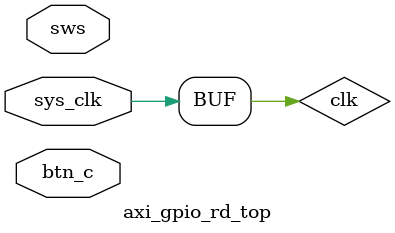
<source format=v>
`timescale 1ns / 1ps

module axi_gpio_rd_top(
    input wire sys_clk,       // System clock
    input wire btn_c,       // Active-low reset
    input wire [7:0] sws    // 8-bit switch
);

    // Internal signals
    wire clk;
    wire [8:0] axi_awaddr;
    wire axi_awvalid;
    wire axi_awready;
    wire [31:0] axi_wdata;
    wire [3:0] axi_wstrb;
    wire axi_wvalid;
    wire axi_wready;
    wire [1:0] axi_bresp;
    wire axi_bvalid;
    wire axi_bready;
    wire [8:0] axi_araddr;
    wire axi_arvalid;
    wire axi_arready;
    wire [31:0] axi_rdata;
    wire [1:0] axi_rresp;
    wire axi_rvalid;
    wire axi_rready;
    wire bram_ena;
    wire bram_wea;
    wire [7:0] bram_addra;
    wire [31:0] bram_dina;
    wire [31:0] bram_douta;

    // Instruction ROM signals
    wire [31:0] instr; // Instruction output from ROM
    wire [7:0] pc;     // Program counter input to ROM
    wire reset_n = !btn_c;

    // Assign internal clock and reset
    assign clk = sys_clk;

    // Instantiate the AXI4 Lite Master Controller
    axi4_lite_master_controller #(
        .AXI_ADDR_WIDTH(9),
        .AXI_DATA_WIDTH(32)
    ) uut_axi4_lite_master_controller (
        .ACLK(clk),
        .ARESETN(reset_n),
        .MEM_en(bram_ena),
        .MEM_we(bram_wea),
        .MEM_addr(bram_addra),
        .MEM_wdata(bram_dina),
        .MEM_rdata(bram_douta),
        .M_ACLK(clk),
        .M_ARESETN(reset_n),
        .M_AXI_araddr(axi_araddr),
        .M_AXI_arready(axi_arready),
        .M_AXI_arvalid(axi_arvalid),
        .M_AXI_awaddr(axi_awaddr),
        .M_AXI_awready(axi_awready),
        .M_AXI_awvalid(axi_awvalid),
        .M_AXI_bready(axi_bready),
        .M_AXI_bresp(axi_bresp),
        .M_AXI_bvalid(axi_bvalid),
        .M_AXI_rdata(axi_rdata),
        .M_AXI_rready(axi_rready),
        .M_AXI_rresp(axi_rresp),
        .M_AXI_rvalid(axi_rvalid),
        .M_AXI_wdata(axi_wdata),
        .M_AXI_wready(axi_wready),
        .M_AXI_wstrb(axi_wstrb),
        .M_AXI_wvalid(axi_wvalid),
        .instr(instr), // Connect instruction from ROM
        .pc(pc)        // Connect program counter to ROM
    );

    // Instantiate the Instruction ROM
    instruction_rom_rd uut_instruction_rom (
        .clk(clk),
        .addr(pc),      // Program counter as address
        .data(instr)    // Instruction output
    );

    // Instantiate the BRAM
    blk_mem_gen_0 uut_bram (
        .clka(clk),
        .ena(bram_ena),
        .wea({bram_wea}),
        .addra(bram_addra),
        .dina(bram_dina),
        .douta(bram_douta),
        .clkb(clk), // Unused
        .enb(1'b0), // Unused
        .web(1'b0), // Unused
        .addrb(8'b0), // Unused
        .dinb(32'b0), // Unused
        .doutb() // Unused
    );

    // Instantiate the GPIO
    axi_gpio_1 uut_gpio_sw (
        .s_axi_aclk(clk),
        .s_axi_aresetn(reset_n),
        .s_axi_awaddr(axi_awaddr),
        .s_axi_awvalid(axi_awvalid),
        .s_axi_awready(axi_awready),
        .s_axi_wdata(axi_wdata),
        .s_axi_wstrb(axi_wstrb),
        .s_axi_wvalid(axi_wvalid),
        .s_axi_wready(axi_wready),
        .s_axi_bresp(axi_bresp),
        .s_axi_bvalid(axi_bvalid),
        .s_axi_bready(axi_bready),
        .s_axi_araddr(axi_araddr),
        .s_axi_arvalid(axi_arvalid),
        .s_axi_arready(axi_arready),
        .s_axi_rdata(axi_rdata),
        .s_axi_rresp(axi_rresp),
        .s_axi_rvalid(axi_rvalid),
        .s_axi_rready(axi_rready),
        .gpio_io_i(sws) // Connect GPIO output to LEDs
    );

endmodule
</source>
